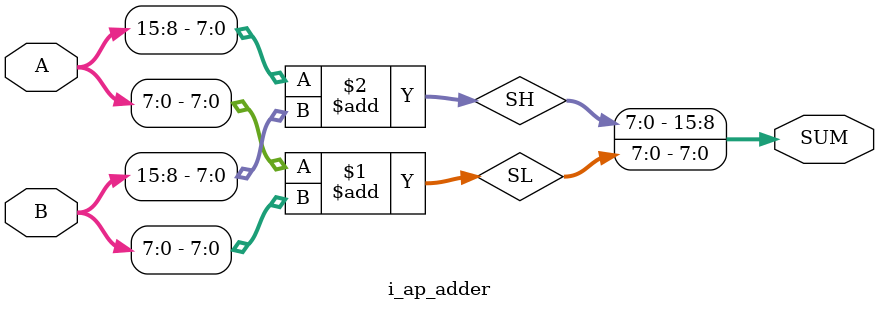
<source format=v>
/**************************************************************************
 *  16bit adder                                                            *
 *  Written by: S. H. Kang                                                *
 *  Last modified: Dec 16, 2010                                           *
 **************************************************************************/
`ifndef i_ap_adder
`define i_ap_adder
module i_ap_adder (A, B, SUM);

input   [15:0]  A, B;
output  [15:0]  SUM;

wire [8:0] SL = A[7:0] + B[7:0];
// wire [8:0] SH = A[15:8] + B[15:8] + A[0];
wire [8:0] SH = A[15:8] + B[15:8];



assign SUM  = {SH[7:0],SL[7:0]};

endmodule

`endif

</source>
